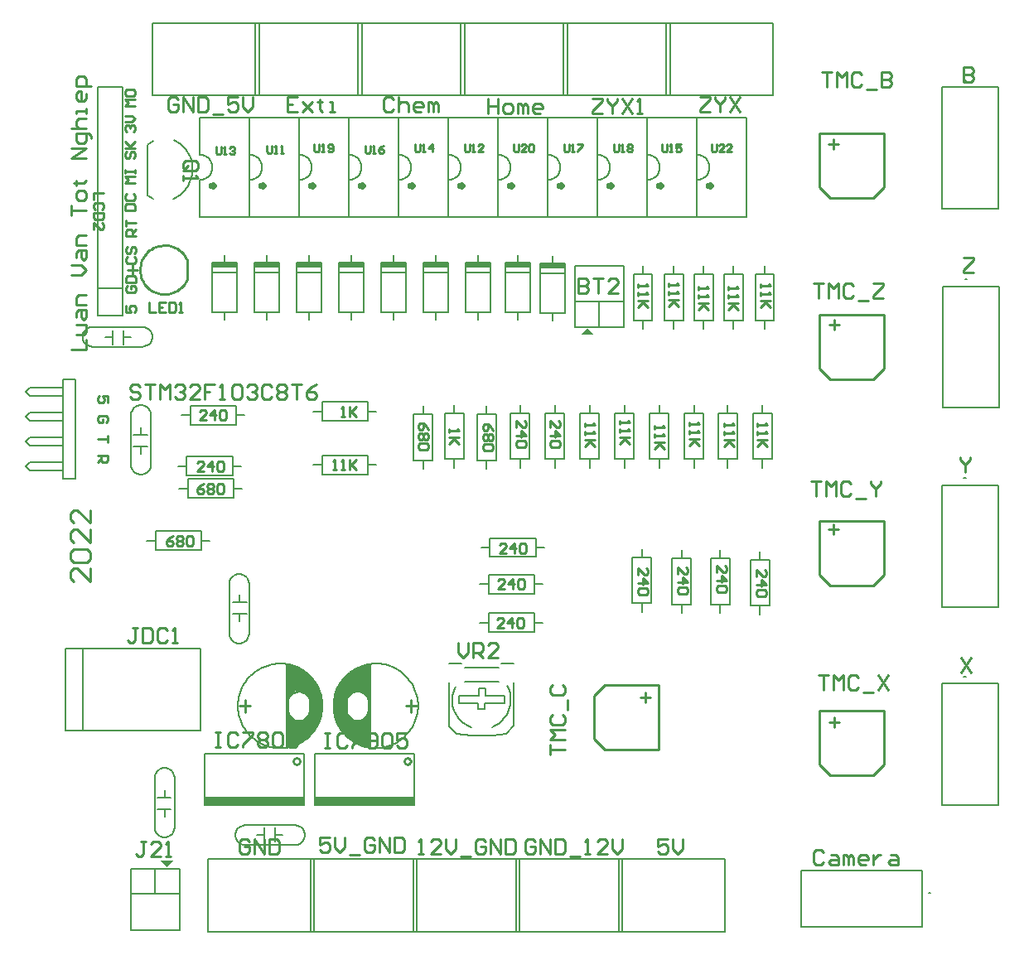
<source format=gto>
G04*
G04 #@! TF.GenerationSoftware,Altium Limited,Altium Designer,21.0.8 (223)*
G04*
G04 Layer_Color=65535*
%FSLAX25Y25*%
%MOIN*%
G70*
G04*
G04 #@! TF.SameCoordinates,BD0D8E5F-934B-4C72-AD9E-884AB11E7CA7*
G04*
G04*
G04 #@! TF.FilePolarity,Positive*
G04*
G01*
G75*
%ADD10C,0.00700*%
%ADD11C,0.01000*%
%ADD12C,0.01500*%
%ADD13C,0.00787*%
%ADD14C,0.00500*%
%ADD15R,0.39900X0.03600*%
%ADD16R,0.10000X0.02000*%
G36*
X355000Y356400D02*
X350000D01*
X352500Y358900D01*
X355000Y356400D01*
D02*
G37*
G36*
X265000Y210000D02*
X264500D01*
X264494Y210118D01*
X264448Y210350D01*
X264357Y210569D01*
X264226Y210766D01*
X264146Y210854D01*
X263000Y212000D01*
X262752Y212225D01*
X262195Y212597D01*
X261577Y212853D01*
X260920Y212984D01*
X260586Y213000D01*
X259207D01*
X259040Y212992D01*
X258712Y212927D01*
X258402Y212798D01*
X258124Y212613D01*
X258000Y212500D01*
X257882Y212494D01*
X257650Y212448D01*
X257431Y212357D01*
X257234Y212226D01*
X257146Y212146D01*
X256000Y211000D01*
Y211000D01*
X255888Y210876D01*
X255702Y210598D01*
X255574Y210288D01*
X255508Y209960D01*
X255500Y209793D01*
Y204707D01*
X255508Y204540D01*
X255574Y204212D01*
X255702Y203902D01*
X255888Y203624D01*
X256000Y203500D01*
X256500Y203000D01*
X256506Y202882D01*
X256552Y202650D01*
X256643Y202431D01*
X256774Y202234D01*
X256854Y202146D01*
X257500Y201500D01*
X257624Y201388D01*
X257902Y201202D01*
X258212Y201074D01*
X258540Y201008D01*
X258707Y201000D01*
X261500D01*
X265000Y204500D01*
Y190000D01*
X263000Y190500D01*
X258500Y192500D01*
X255000Y195500D01*
X252000Y200000D01*
X250500Y205000D01*
Y209000D01*
X252500Y215000D01*
X255500Y219000D01*
X259500Y222000D01*
X265000Y224000D01*
Y210000D01*
D02*
G37*
G36*
X233500Y223500D02*
X238000Y221500D01*
X241500Y218500D01*
X244500Y214000D01*
X246000Y209000D01*
Y205000D01*
X244000Y199000D01*
X241000Y195000D01*
X237000Y192000D01*
X231500Y190000D01*
Y204000D01*
X232000D01*
X232006Y203882D01*
X232052Y203650D01*
X232142Y203431D01*
X232274Y203234D01*
X232353Y203146D01*
X233500Y202000D01*
X233500Y202000D01*
X233748Y201775D01*
X234305Y201403D01*
X234923Y201147D01*
X235580Y201016D01*
X235914Y201000D01*
X237293D01*
X237460Y201008D01*
X237788Y201074D01*
X238098Y201202D01*
X238376Y201388D01*
X238500Y201500D01*
X238618Y201506D01*
X238850Y201552D01*
X239069Y201642D01*
X239266Y201774D01*
X239353Y201853D01*
X240500Y203000D01*
X240500D01*
X240613Y203124D01*
X240798Y203402D01*
X240927Y203712D01*
X240992Y204040D01*
X241000Y204207D01*
Y209293D01*
X240992Y209460D01*
X240927Y209788D01*
X240798Y210098D01*
X240613Y210376D01*
X240500Y210500D01*
X240000Y211000D01*
X239994Y211118D01*
X239948Y211350D01*
X239858Y211569D01*
X239726Y211766D01*
X239646Y211854D01*
X239000Y212500D01*
X239000Y212500D01*
X238876Y212613D01*
X238598Y212798D01*
X238288Y212927D01*
X237960Y212992D01*
X237793Y213000D01*
X235000D01*
X231500Y209500D01*
Y224000D01*
X233500Y223500D01*
D02*
G37*
G36*
X183600Y142100D02*
X181100Y144600D01*
X186100D01*
X183600Y142100D01*
D02*
G37*
D10*
X246000Y207000D02*
X245971Y207998D01*
X245883Y208992D01*
X245737Y209979D01*
X245533Y210956D01*
X245272Y211920D01*
X244956Y212866D01*
X244584Y213793D01*
X244158Y214696D01*
X243681Y215572D01*
X243152Y216419D01*
X242575Y217233D01*
X241951Y218012D01*
X241283Y218753D01*
X240572Y219454D01*
X239821Y220111D01*
X239033Y220724D01*
X238210Y221289D01*
X237355Y221805D01*
X236472Y222270D01*
X235563Y222682D01*
X234632Y223040D01*
X233681Y223343D01*
X232713Y223589D01*
X231733Y223779D01*
X230744Y223910D01*
X229749Y223984D01*
X228750Y223998D01*
X227753Y223954D01*
X226760Y223852D01*
X225775Y223691D01*
X224801Y223473D01*
X223842Y223199D01*
X222900Y222868D01*
X221979Y222482D01*
X221083Y222044D01*
X220214Y221553D01*
X219374Y221012D01*
X218569Y220424D01*
X217799Y219788D01*
X217068Y219109D01*
X216378Y218388D01*
X215731Y217627D01*
X215130Y216830D01*
X214577Y215999D01*
X214074Y215137D01*
X213622Y214247D01*
X213223Y213332D01*
X212879Y212396D01*
X212590Y211440D01*
X212358Y210469D01*
X212183Y209487D01*
X212066Y208495D01*
X212007Y207499D01*
Y206501D01*
X212066Y205504D01*
X212183Y204513D01*
X212358Y203531D01*
X212590Y202560D01*
X212879Y201605D01*
X213223Y200668D01*
X213622Y199753D01*
X214074Y198863D01*
X214577Y198001D01*
X215130Y197170D01*
X215731Y196373D01*
X216378Y195612D01*
X217068Y194891D01*
X217799Y194212D01*
X218569Y193577D01*
X219374Y192988D01*
X220214Y192447D01*
X221083Y191956D01*
X221979Y191517D01*
X222900Y191132D01*
X223842Y190802D01*
X224801Y190527D01*
X225775Y190309D01*
X226760Y190148D01*
X227753Y190046D01*
X228750Y190002D01*
X229749Y190016D01*
X230744Y190090D01*
X231733Y190221D01*
X232713Y190410D01*
X233681Y190657D01*
X234631Y190960D01*
X235563Y191318D01*
X236472Y191730D01*
X237355Y192195D01*
X238210Y192711D01*
X239033Y193276D01*
X239821Y193888D01*
X240572Y194546D01*
X241283Y195247D01*
X241951Y195988D01*
X242575Y196767D01*
X243152Y197581D01*
X243681Y198428D01*
X244158Y199304D01*
X244584Y200207D01*
X244956Y201133D01*
X245272Y202080D01*
X245533Y203044D01*
X245737Y204021D01*
X245883Y205008D01*
X245971Y206002D01*
X246000Y207000D01*
X153500Y359500D02*
X152543Y359384D01*
X151641Y359042D01*
X150848Y358494D01*
X150208Y357772D01*
X149760Y356919D01*
X149529Y355982D01*
Y355018D01*
X149760Y354082D01*
X150208Y353228D01*
X150848Y352506D01*
X151641Y351958D01*
X152543Y351616D01*
X153500Y351500D01*
X173500D02*
X174457Y351616D01*
X175359Y351958D01*
X176153Y352506D01*
X176792Y353228D01*
X177240Y354082D01*
X177471Y355018D01*
Y355982D01*
X177240Y356919D01*
X176792Y357772D01*
X176153Y358494D01*
X175359Y359042D01*
X174457Y359384D01*
X173500Y359500D01*
X314190Y198490D02*
X315104Y198883D01*
X315981Y199351D01*
X316816Y199892D01*
X317603Y200502D01*
X318335Y201175D01*
X319008Y201909D01*
X319616Y202696D01*
X320156Y203532D01*
X320624Y204410D01*
X321015Y205324D01*
X321328Y206269D01*
X321561Y207236D01*
X321710Y208220D01*
X321777Y209213D01*
X321759Y210208D01*
X321657Y211197D01*
X321472Y212175D01*
X321206Y213133D01*
X320859Y214066D01*
X320435Y214966D01*
X299565Y214866D02*
X299141Y213966D01*
X298794Y213033D01*
X298528Y212075D01*
X298343Y211097D01*
X298241Y210107D01*
X298223Y209113D01*
X298290Y208120D01*
X298439Y207136D01*
X298672Y206169D01*
X298985Y205224D01*
X299376Y204310D01*
X299844Y203432D01*
X300384Y202596D01*
X300992Y201809D01*
X301665Y201076D01*
X302397Y200402D01*
X303184Y199792D01*
X304019Y199251D01*
X304896Y198783D01*
X305810Y198390D01*
X396568Y418705D02*
X397565Y418771D01*
X398529Y419034D01*
X399421Y419484D01*
X400206Y420101D01*
X400853Y420862D01*
X401335Y421737D01*
X401634Y422690D01*
X401738Y423684D01*
X401642Y424678D01*
X401350Y425633D01*
X400874Y426511D01*
X400233Y427278D01*
X399453Y427901D01*
X398564Y428357D01*
X397603Y428627D01*
X396606Y428701D01*
X316568Y418705D02*
X317565Y418771D01*
X318529Y419034D01*
X319421Y419484D01*
X320206Y420101D01*
X320853Y420862D01*
X321335Y421737D01*
X321634Y422690D01*
X321738Y423684D01*
X321642Y424678D01*
X321350Y425633D01*
X320874Y426511D01*
X320233Y427278D01*
X319453Y427901D01*
X318564Y428357D01*
X317602Y428627D01*
X316606Y428701D01*
X236568Y418705D02*
X237565Y418771D01*
X238529Y419034D01*
X239421Y419484D01*
X240206Y420101D01*
X240853Y420862D01*
X241335Y421737D01*
X241634Y422690D01*
X241738Y423684D01*
X241642Y424678D01*
X241350Y425633D01*
X240874Y426511D01*
X240233Y427278D01*
X239453Y427901D01*
X238564Y428357D01*
X237602Y428627D01*
X236606Y428701D01*
X336568Y418705D02*
X337565Y418771D01*
X338529Y419034D01*
X339421Y419484D01*
X340206Y420101D01*
X340853Y420862D01*
X341335Y421737D01*
X341634Y422690D01*
X341738Y423684D01*
X341642Y424678D01*
X341350Y425633D01*
X340874Y426511D01*
X340233Y427278D01*
X339453Y427901D01*
X338564Y428357D01*
X337602Y428627D01*
X336606Y428701D01*
X256568Y418705D02*
X257565Y418771D01*
X258529Y419034D01*
X259421Y419484D01*
X260206Y420101D01*
X260853Y420862D01*
X261335Y421737D01*
X261634Y422690D01*
X261738Y423684D01*
X261642Y424678D01*
X261350Y425633D01*
X260874Y426511D01*
X260233Y427278D01*
X259453Y427901D01*
X258564Y428357D01*
X257603Y428627D01*
X256606Y428701D01*
X276568Y418705D02*
X277565Y418771D01*
X278529Y419034D01*
X279421Y419484D01*
X280206Y420101D01*
X280853Y420862D01*
X281335Y421737D01*
X281634Y422690D01*
X281738Y423684D01*
X281642Y424678D01*
X281350Y425633D01*
X280874Y426511D01*
X280233Y427278D01*
X279453Y427901D01*
X278564Y428357D01*
X277603Y428627D01*
X276606Y428701D01*
X196569Y418705D02*
X197565Y418771D01*
X198529Y419034D01*
X199421Y419484D01*
X200206Y420101D01*
X200853Y420862D01*
X201335Y421737D01*
X201634Y422690D01*
X201738Y423684D01*
X201642Y424678D01*
X201350Y425633D01*
X200874Y426511D01*
X200233Y427278D01*
X199453Y427901D01*
X198564Y428357D01*
X197602Y428627D01*
X196606Y428701D01*
X296568Y418705D02*
X297565Y418771D01*
X298529Y419034D01*
X299421Y419484D01*
X300206Y420101D01*
X300853Y420862D01*
X301335Y421737D01*
X301634Y422690D01*
X301738Y423684D01*
X301642Y424678D01*
X301350Y425633D01*
X300874Y426511D01*
X300233Y427278D01*
X299453Y427901D01*
X298564Y428357D01*
X297603Y428627D01*
X296606Y428701D01*
X216568Y418705D02*
X217565Y418771D01*
X218529Y419034D01*
X219421Y419484D01*
X220206Y420101D01*
X220853Y420862D01*
X221335Y421737D01*
X221634Y422690D01*
X221738Y423684D01*
X221642Y424678D01*
X221350Y425633D01*
X220874Y426511D01*
X220233Y427278D01*
X219453Y427901D01*
X218564Y428357D01*
X217602Y428627D01*
X216606Y428701D01*
X185997Y411006D02*
X186887Y411439D01*
X187742Y411939D01*
X188556Y412502D01*
X189324Y413125D01*
X190043Y413805D01*
X190708Y414538D01*
X191316Y415319D01*
X191862Y416144D01*
X192344Y417009D01*
X192759Y417907D01*
X193105Y418835D01*
X193378Y419786D01*
X193579Y420755D01*
X193705Y421737D01*
X193756Y422725D01*
X193732Y423714D01*
X193633Y424699D01*
X193459Y425673D01*
X193211Y426632D01*
X192892Y427568D01*
X192501Y428478D01*
X192043Y429355D01*
X191520Y430195D01*
X190934Y430993D01*
X190289Y431743D01*
X189589Y432443D01*
X188838Y433087D01*
X188039Y433672D01*
X187199Y434195D01*
X186321Y434652D01*
X178500Y158000D02*
X178616Y157043D01*
X178958Y156141D01*
X179506Y155348D01*
X180228Y154708D01*
X181082Y154260D01*
X182018Y154029D01*
X182982D01*
X183918Y154260D01*
X184772Y154708D01*
X185494Y155348D01*
X186042Y156141D01*
X186384Y157043D01*
X186500Y158000D01*
Y178000D02*
X186384Y178957D01*
X186042Y179859D01*
X185494Y180652D01*
X184772Y181292D01*
X183918Y181740D01*
X182982Y181971D01*
X182018D01*
X181082Y181740D01*
X180228Y181292D01*
X179506Y180652D01*
X178958Y179859D01*
X178616Y178957D01*
X178500Y178000D01*
X215000Y159000D02*
X214043Y158884D01*
X213141Y158542D01*
X212348Y157994D01*
X211708Y157272D01*
X211260Y156418D01*
X211029Y155482D01*
Y154518D01*
X211260Y153582D01*
X211708Y152728D01*
X212348Y152006D01*
X213141Y151458D01*
X214043Y151116D01*
X215000Y151000D01*
X235000D02*
X235957Y151116D01*
X236859Y151458D01*
X237652Y152006D01*
X238292Y152728D01*
X238740Y153582D01*
X238971Y154518D01*
Y155482D01*
X238740Y156418D01*
X238292Y157272D01*
X237652Y157994D01*
X236859Y158542D01*
X235957Y158884D01*
X235000Y159000D01*
X216500Y256101D02*
X216384Y257058D01*
X216042Y257960D01*
X215494Y258753D01*
X214772Y259393D01*
X213918Y259841D01*
X212982Y260071D01*
X212018D01*
X211082Y259841D01*
X210228Y259393D01*
X209506Y258753D01*
X208958Y257960D01*
X208616Y257058D01*
X208500Y256101D01*
Y236101D02*
X208616Y235143D01*
X208958Y234242D01*
X209506Y233448D01*
X210228Y232809D01*
X211082Y232361D01*
X212018Y232130D01*
X212982D01*
X213918Y232361D01*
X214772Y232809D01*
X215494Y233448D01*
X216042Y234242D01*
X216384Y235143D01*
X216500Y236101D01*
X284500Y207000D02*
X284471Y207998D01*
X284383Y208992D01*
X284237Y209979D01*
X284033Y210956D01*
X283772Y211920D01*
X283456Y212866D01*
X283084Y213793D01*
X282658Y214696D01*
X282181Y215572D01*
X281652Y216419D01*
X281075Y217233D01*
X280451Y218012D01*
X279783Y218753D01*
X279072Y219454D01*
X278321Y220111D01*
X277533Y220724D01*
X276710Y221289D01*
X275855Y221805D01*
X274972Y222270D01*
X274063Y222682D01*
X273132Y223040D01*
X272181Y223343D01*
X271213Y223589D01*
X270233Y223779D01*
X269244Y223910D01*
X268249Y223984D01*
X267250Y223998D01*
X266253Y223954D01*
X265260Y223852D01*
X264275Y223691D01*
X263301Y223473D01*
X262342Y223199D01*
X261400Y222868D01*
X260479Y222482D01*
X259583Y222044D01*
X258714Y221553D01*
X257874Y221012D01*
X257069Y220424D01*
X256299Y219788D01*
X255568Y219109D01*
X254878Y218388D01*
X254231Y217627D01*
X253630Y216830D01*
X253077Y215999D01*
X252574Y215137D01*
X252122Y214247D01*
X251723Y213332D01*
X251379Y212396D01*
X251090Y211440D01*
X250858Y210469D01*
X250683Y209487D01*
X250566Y208495D01*
X250507Y207499D01*
Y206501D01*
X250566Y205504D01*
X250683Y204513D01*
X250858Y203531D01*
X251090Y202560D01*
X251379Y201605D01*
X251723Y200668D01*
X252122Y199753D01*
X252574Y198863D01*
X253077Y198001D01*
X253630Y197170D01*
X254231Y196373D01*
X254878Y195612D01*
X255568Y194891D01*
X256299Y194212D01*
X257069Y193577D01*
X257874Y192988D01*
X258714Y192447D01*
X259583Y191956D01*
X260479Y191517D01*
X261400Y191132D01*
X262342Y190802D01*
X263301Y190527D01*
X264275Y190309D01*
X265260Y190148D01*
X266253Y190046D01*
X267250Y190002D01*
X268249Y190016D01*
X269244Y190090D01*
X270233Y190221D01*
X271213Y190410D01*
X272181Y190657D01*
X273131Y190960D01*
X274063Y191318D01*
X274972Y191730D01*
X275855Y192195D01*
X276710Y192711D01*
X277533Y193276D01*
X278321Y193888D01*
X279072Y194546D01*
X279783Y195247D01*
X280451Y195988D01*
X281075Y196767D01*
X281652Y197581D01*
X282181Y198428D01*
X282658Y199304D01*
X283084Y200207D01*
X283456Y201133D01*
X283772Y202080D01*
X284033Y203044D01*
X284237Y204021D01*
X284383Y205008D01*
X284471Y206002D01*
X284500Y207000D01*
X169000Y304000D02*
X169116Y303043D01*
X169458Y302141D01*
X170006Y301347D01*
X170728Y300708D01*
X171582Y300260D01*
X172518Y300029D01*
X173482D01*
X174418Y300260D01*
X175272Y300708D01*
X175994Y301347D01*
X176542Y302141D01*
X176884Y303043D01*
X177000Y304000D01*
Y324000D02*
X176884Y324957D01*
X176542Y325859D01*
X175994Y326653D01*
X175272Y327292D01*
X174418Y327740D01*
X173482Y327971D01*
X172518D01*
X171582Y327740D01*
X170728Y327292D01*
X170006Y326653D01*
X169458Y325859D01*
X169116Y324957D01*
X169000Y324000D01*
X376568Y418705D02*
X377565Y418771D01*
X378529Y419034D01*
X379421Y419484D01*
X380206Y420101D01*
X380853Y420862D01*
X381335Y421737D01*
X381634Y422690D01*
X381738Y423684D01*
X381642Y424678D01*
X381350Y425633D01*
X380874Y426511D01*
X380233Y427278D01*
X379453Y427901D01*
X378564Y428357D01*
X377603Y428627D01*
X376606Y428701D01*
X356568Y418705D02*
X357565Y418771D01*
X358529Y419034D01*
X359421Y419484D01*
X360206Y420101D01*
X360853Y420862D01*
X361335Y421737D01*
X361634Y422690D01*
X361738Y423684D01*
X361642Y424678D01*
X361350Y425633D01*
X360874Y426511D01*
X360233Y427278D01*
X359453Y427901D01*
X358564Y428357D01*
X357603Y428627D01*
X356606Y428701D01*
X142500Y197000D02*
Y230000D01*
X197000Y197000D02*
Y230000D01*
X142500D02*
X197000D01*
X142500Y197000D02*
X197000D01*
X149500D02*
Y230000D01*
X198500Y187600D02*
X236100D01*
X198500D02*
X198600Y187500D01*
Y167000D02*
Y187500D01*
Y167000D02*
X238500D01*
Y187500D01*
X238400Y187600D02*
X238500Y187500D01*
X236100Y187600D02*
X238400D01*
X198600Y170700D02*
X198700Y169300D01*
X175300Y273500D02*
X178800D01*
Y277300D02*
X197300D01*
Y273500D02*
X200700D01*
X178800Y269700D02*
X197300D01*
Y277300D01*
X178800Y269700D02*
Y277300D01*
X188300Y294500D02*
X191800D01*
Y298300D02*
X210300D01*
Y294500D02*
X213700D01*
X191800Y290700D02*
X210300D01*
Y298300D01*
X191800Y290700D02*
Y298300D01*
X299049Y302800D02*
Y306300D01*
X295249D02*
Y324800D01*
X299049D02*
Y328200D01*
X302849Y306300D02*
Y324800D01*
X295249D02*
X302849D01*
X295249Y306300D02*
X302849D01*
X308249Y305800D02*
X315849D01*
X308249Y324300D02*
X315849D01*
Y305800D02*
Y324300D01*
X312049D02*
Y327700D01*
X308249Y305800D02*
Y324300D01*
X312049Y302300D02*
Y305800D01*
X242360Y325500D02*
X245860D01*
Y329300D02*
X264360D01*
Y325500D02*
X267760D01*
X245860Y321700D02*
X264360D01*
Y329300D01*
X245860Y321700D02*
Y329300D01*
X242360Y304000D02*
X245860D01*
Y307800D02*
X264360D01*
Y304000D02*
X267760D01*
X245860Y300200D02*
X264360D01*
Y307800D01*
X245860Y300200D02*
Y307800D01*
X386749Y247800D02*
X394349D01*
X386749Y266300D02*
X394349D01*
Y247800D02*
Y266300D01*
X390549D02*
Y269700D01*
X386749Y247800D02*
Y266300D01*
X390549Y244300D02*
Y247800D01*
X374951Y380700D02*
Y384200D01*
X378751Y362200D02*
Y380700D01*
X374951Y358800D02*
Y362200D01*
X371151D02*
Y380700D01*
Y362200D02*
X378751D01*
X371151Y380700D02*
X378751D01*
X374549Y244800D02*
Y248300D01*
X370749D02*
Y266800D01*
X374549D02*
Y270200D01*
X378349Y248300D02*
Y266800D01*
X370749D02*
X378349D01*
X370749Y248300D02*
X378349D01*
X411451Y380700D02*
Y384200D01*
X415251Y362200D02*
Y380700D01*
X411451Y358800D02*
Y362200D01*
X407651D02*
Y380700D01*
Y362200D02*
X415251D01*
X407651Y380700D02*
X415251D01*
X191300Y299700D02*
Y307300D01*
X209800Y299700D02*
Y307300D01*
X191300Y299700D02*
X209800D01*
Y303500D02*
X213200D01*
X191300Y307300D02*
X209800D01*
X187800Y303500D02*
X191300D01*
X395549Y302800D02*
Y306300D01*
X391749D02*
Y324800D01*
X395549D02*
Y328200D01*
X399349Y306300D02*
Y324800D01*
X391749D02*
X399349D01*
X391749Y306300D02*
X399349D01*
X309360Y256000D02*
X312860D01*
Y259800D02*
X331360D01*
Y256000D02*
X334760D01*
X312860Y252200D02*
X331360D01*
Y259800D01*
X312860Y252200D02*
Y259800D01*
X309860Y270746D02*
X313360D01*
Y274546D02*
X331860D01*
Y270746D02*
X335260D01*
X313360Y266946D02*
X331860D01*
Y274546D01*
X313360Y266946D02*
Y274546D01*
X387451Y380700D02*
Y384200D01*
X391251Y362200D02*
Y380700D01*
X387451Y358800D02*
Y362200D01*
X383651D02*
Y380700D01*
Y362200D02*
X391251D01*
X383651Y380700D02*
X391251D01*
X381549Y302800D02*
Y306300D01*
X377749D02*
Y324800D01*
X381549D02*
Y328200D01*
X385349Y306300D02*
Y324800D01*
X377749D02*
X385349D01*
X377749Y306300D02*
X385349D01*
X339549Y302800D02*
Y306300D01*
X335749D02*
Y324800D01*
X339549D02*
Y328200D01*
X343349Y306300D02*
Y324800D01*
X335749D02*
X343349D01*
X335749Y306300D02*
X343349D01*
X367549Y302800D02*
Y306300D01*
X363749D02*
Y324800D01*
X367549D02*
Y328200D01*
X371349Y306300D02*
Y324800D01*
X363749D02*
X371349D01*
X363749Y306300D02*
X371349D01*
X189300Y324000D02*
X192800D01*
Y327800D02*
X211300D01*
Y324000D02*
X214700D01*
X192800Y320200D02*
X211300D01*
Y327800D01*
X192800Y320200D02*
Y327800D01*
X325549Y302800D02*
Y306300D01*
X321749D02*
Y324800D01*
X325549D02*
Y328200D01*
X329349Y306300D02*
Y324800D01*
X321749D02*
X329349D01*
X321749Y306300D02*
X329349D01*
X399451Y380700D02*
Y384200D01*
X403251Y362200D02*
Y380700D01*
X399451Y358800D02*
Y362200D01*
X395651D02*
Y380700D01*
Y362200D02*
X403251D01*
X395651Y380700D02*
X403251D01*
X353549Y302800D02*
Y306300D01*
X349749D02*
Y324800D01*
X353549D02*
Y328200D01*
X357349Y306300D02*
Y324800D01*
X349749D02*
X357349D01*
X349749Y306300D02*
X357349D01*
X422049Y243800D02*
Y247300D01*
X418249D02*
Y265800D01*
X422049D02*
Y269200D01*
X425849Y247300D02*
Y265800D01*
X418249D02*
X425849D01*
X418249Y247300D02*
X425849D01*
X423049Y302800D02*
Y306300D01*
X419249D02*
Y324800D01*
X423049D02*
Y328200D01*
X426849Y306300D02*
Y324800D01*
X419249D02*
X426849D01*
X419249Y306300D02*
X426849D01*
X402249Y247800D02*
X409849D01*
X402249Y266300D02*
X409849D01*
Y247800D02*
Y266300D01*
X406049D02*
Y269700D01*
X402249Y247800D02*
Y266300D01*
X406049Y244300D02*
Y247800D01*
X409049Y302800D02*
Y306300D01*
X405249D02*
Y324800D01*
X409049D02*
Y328200D01*
X412849Y306300D02*
Y324800D01*
X405249D02*
X412849D01*
X405249Y306300D02*
X412849D01*
X309360Y240500D02*
X312860D01*
Y244300D02*
X331360D01*
Y240500D02*
X334760D01*
X312860Y236700D02*
X331360D01*
Y244300D01*
X312860Y236700D02*
Y244300D01*
X423951Y380700D02*
Y384200D01*
X427751Y362200D02*
Y380700D01*
X423951Y358800D02*
Y362200D01*
X420151D02*
Y380700D01*
Y362200D02*
X427751D01*
X420151Y380700D02*
X427751D01*
X286549Y302300D02*
Y305800D01*
X282749D02*
Y324300D01*
X286549D02*
Y327700D01*
X290349Y305800D02*
Y324300D01*
X282749D02*
X290349D01*
X282749Y305800D02*
X290349D01*
X158500Y355500D02*
X161500D01*
X166000D02*
X169000D01*
X161500Y352500D02*
Y358000D01*
X166000Y352500D02*
Y358000D01*
X153500Y359500D02*
X173500D01*
X153500Y351500D02*
X173500D01*
X204900Y385500D02*
X206500D01*
X208600D01*
X201500Y381400D02*
X211200D01*
X206500Y385500D02*
Y388500D01*
Y362500D02*
Y365500D01*
X201500Y385500D02*
X206500D01*
X201500Y365500D02*
Y385500D01*
Y365500D02*
X211500D01*
Y385500D01*
X206500D02*
X211500D01*
X221900D02*
X223500D01*
X225600D01*
X218500Y381400D02*
X228200D01*
X223500Y385500D02*
Y388500D01*
Y362500D02*
Y365500D01*
X218500Y385500D02*
X223500D01*
X218500Y365500D02*
Y385500D01*
Y365500D02*
X228500D01*
Y385500D01*
X223500D02*
X228500D01*
X238900D02*
X240500D01*
X242600D01*
X235500Y381400D02*
X245200D01*
X240500Y385500D02*
Y388500D01*
Y362500D02*
Y365500D01*
X235500Y385500D02*
X240500D01*
X235500Y365500D02*
Y385500D01*
Y365500D02*
X245500D01*
Y385500D01*
X240500D02*
X245500D01*
X255900D02*
X257500D01*
X259600D01*
X252500Y381400D02*
X262200D01*
X257500Y385500D02*
Y388500D01*
Y362500D02*
Y365500D01*
X252500Y385500D02*
X257500D01*
X252500Y365500D02*
Y385500D01*
Y365500D02*
X262500D01*
Y385500D01*
X257500D02*
X262500D01*
X272900D02*
X274500D01*
X276600D01*
X269500Y381400D02*
X279200D01*
X274500Y385500D02*
Y388500D01*
Y362500D02*
Y365500D01*
X269500Y385500D02*
X274500D01*
X269500Y365500D02*
Y385500D01*
Y365500D02*
X279500D01*
Y385500D01*
X274500D02*
X279500D01*
X289900D02*
X291500D01*
X293600D01*
X286500Y381400D02*
X296200D01*
X291500Y385500D02*
Y388500D01*
Y362500D02*
Y365500D01*
X286500Y385500D02*
X291500D01*
X286500Y365500D02*
Y385500D01*
Y365500D02*
X296500D01*
Y385500D01*
X291500D02*
X296500D01*
X306900D02*
X308500D01*
X310600D01*
X303500Y381400D02*
X313200D01*
X308500Y385500D02*
Y388500D01*
Y362500D02*
Y365500D01*
X303500Y385500D02*
X308500D01*
X303500Y365500D02*
Y385500D01*
Y365500D02*
X313500D01*
Y385500D01*
X308500D02*
X313500D01*
X322900D02*
X324500D01*
X326600D01*
X319500Y381400D02*
X329200D01*
X324500Y385500D02*
Y388500D01*
Y362500D02*
Y365500D01*
X319500Y385500D02*
X324500D01*
X319500Y365500D02*
Y385500D01*
Y365500D02*
X329500D01*
Y385500D01*
X324500D02*
X329500D01*
X336900Y385000D02*
X338500D01*
X340600D01*
X333500Y380900D02*
X343200D01*
X338500Y385000D02*
Y388000D01*
Y362000D02*
Y365000D01*
X333500Y385000D02*
X338500D01*
X333500Y365000D02*
Y385000D01*
Y365000D02*
X343500D01*
Y385000D01*
X338500D02*
X343500D01*
X243100Y170700D02*
X243200Y169300D01*
X280600Y187600D02*
X282900D01*
X283000Y187500D01*
Y167000D02*
Y187500D01*
X243100Y167000D02*
X283000D01*
X243100D02*
Y187500D01*
X243000Y187600D02*
X243100Y187500D01*
X243000Y187600D02*
X280600D01*
X311400Y208200D02*
X319100D01*
X311400Y205600D02*
Y208200D01*
X308700Y205600D02*
X311400D01*
X308700D02*
Y208100D01*
X300800D02*
X308700D01*
X300800D02*
Y211000D01*
X308800D01*
Y213900D01*
X311500D01*
Y210900D02*
Y213900D01*
Y210900D02*
X319200D01*
Y208200D02*
Y210900D01*
X303300Y216600D02*
X316800D01*
X300000Y195800D02*
X305850Y194900D01*
X297000Y198800D02*
X300000Y195800D01*
X297000Y198800D02*
Y216300D01*
X303200Y222500D02*
X316900D01*
X323100Y198900D02*
Y216400D01*
X320000Y195800D02*
X323100Y198900D01*
X314600Y194900D02*
X320000Y195800D01*
X305850Y194900D02*
X314600D01*
X296900Y223900D02*
X302000D01*
X317800D02*
X322900D01*
X396606Y403701D02*
Y418701D01*
Y428801D02*
Y443701D01*
Y403701D02*
X416606D01*
Y443701D01*
X396606D02*
X416606D01*
X316606Y403701D02*
Y418701D01*
Y428801D02*
Y443701D01*
Y403701D02*
X336606D01*
Y443701D01*
X316606D02*
X336606D01*
X236606Y403701D02*
Y418701D01*
Y428801D02*
Y443701D01*
Y403701D02*
X256606D01*
Y443701D01*
X236606D02*
X256606D01*
X336606Y403701D02*
Y418701D01*
Y428801D02*
Y443701D01*
Y403701D02*
X356606D01*
Y443701D01*
X336606D02*
X356606D01*
X256606Y403701D02*
Y418701D01*
Y428801D02*
Y443701D01*
Y403701D02*
X276606D01*
Y443701D01*
X256606D02*
X276606D01*
Y403701D02*
Y418701D01*
Y428801D02*
Y443701D01*
Y403701D02*
X296606D01*
Y443701D01*
X276606D02*
X296606D01*
X196606Y403701D02*
Y418701D01*
Y428801D02*
Y443701D01*
Y403701D02*
X216606D01*
Y443701D01*
X196606D02*
X216606D01*
X296606Y403701D02*
Y418701D01*
Y428801D02*
Y443701D01*
Y403701D02*
X316606D01*
Y443701D01*
X296606D02*
X316606D01*
X216606D02*
X236606D01*
Y403701D02*
Y443701D01*
X216606Y403701D02*
X236606D01*
X216606Y428801D02*
Y443701D01*
Y403701D02*
Y418701D01*
X175500Y412500D02*
Y432800D01*
Y412500D02*
X178100Y411200D01*
X175500Y432800D02*
X177976Y434534D01*
X168800Y141500D02*
X188600D01*
Y131300D02*
Y141500D01*
X168800Y131300D02*
X188600D01*
X168800D02*
Y141500D01*
X178700Y131600D02*
Y141500D01*
X168800Y116800D02*
X188600D01*
Y131300D01*
X168800Y116800D02*
Y131100D01*
X178500Y158000D02*
Y178000D01*
X186500Y158000D02*
Y178000D01*
X179500Y165500D02*
X185000D01*
X179500Y170000D02*
X185000D01*
X182500Y162500D02*
Y165500D01*
Y170000D02*
Y173000D01*
X215000Y159000D02*
X235000D01*
X215000Y151000D02*
X235000D01*
X222500Y152500D02*
Y158000D01*
X227000Y152500D02*
Y158000D01*
X219500Y155000D02*
X222500D01*
X227000D02*
X230000D01*
X216500Y236101D02*
Y256101D01*
X208500Y236101D02*
Y256101D01*
X210000Y248601D02*
X215500D01*
X210000Y244101D02*
X215500D01*
X212500Y248601D02*
Y251601D01*
Y241101D02*
Y244101D01*
X169000Y304000D02*
Y324000D01*
X177000Y304000D02*
Y324000D01*
X170000Y311500D02*
X175500D01*
X170000Y316000D02*
X175500D01*
X173000Y308500D02*
Y311500D01*
Y316000D02*
Y319000D01*
X347500Y359500D02*
X367300D01*
X347500D02*
Y369700D01*
X367300D01*
Y359500D02*
Y369700D01*
X357400Y359500D02*
Y369400D01*
X347500Y384200D02*
X367300D01*
X347500Y369700D02*
Y384200D01*
X367300Y369900D02*
Y384200D01*
X376606Y403701D02*
Y418701D01*
Y428801D02*
Y443701D01*
Y403701D02*
X396606D01*
Y443701D01*
X376606D02*
X396606D01*
X356606D02*
X376606D01*
Y403701D02*
Y443701D01*
X356606Y403701D02*
X376606D01*
X356606Y428801D02*
Y443701D01*
Y403701D02*
Y418701D01*
D11*
X241000Y208500D02*
X240887Y209501D01*
X240554Y210453D01*
X240018Y211306D01*
X239306Y212018D01*
X238453Y212554D01*
X237501Y212887D01*
X236500Y213000D01*
X236000Y201000D02*
X237014Y201002D01*
X238002Y201229D01*
X238915Y201670D01*
X239706Y202303D01*
X240337Y203097D01*
X240776Y204011D01*
X241000Y205000D01*
X232000Y206000D02*
X232002Y204986D01*
X232229Y203998D01*
X232670Y203085D01*
X233303Y202293D01*
X234097Y201663D01*
X235011Y201224D01*
X236000Y201000D01*
X236500Y213000D02*
X235499Y212887D01*
X234547Y212554D01*
X233694Y212018D01*
X232982Y211306D01*
X232446Y210453D01*
X232113Y209501D01*
X232000Y208500D01*
X237000Y184800D02*
X236620Y185717D01*
X235703Y186097D01*
X234786Y185717D01*
X234406Y184800D01*
X234786Y183883D01*
X235703Y183503D01*
X236620Y183883D01*
X237000Y184800D01*
X191500Y386500D02*
X191051Y387386D01*
X190516Y388222D01*
X189899Y389000D01*
X189207Y389712D01*
X188447Y390351D01*
X187626Y390910D01*
X186753Y391383D01*
X185837Y391766D01*
X184887Y392055D01*
X183913Y392247D01*
X182924Y392340D01*
X181931Y392332D01*
X180944Y392225D01*
X179972Y392019D01*
X179027Y391716D01*
X178116Y391319D01*
X177251Y390833D01*
X176438Y390262D01*
X175687Y389613D01*
X175006Y388890D01*
X174400Y388103D01*
X173877Y387259D01*
X173442Y386367D01*
X173099Y385435D01*
X172851Y384473D01*
X172701Y383492D01*
X172651Y382500D01*
X172701Y381508D01*
X172851Y380527D01*
X173099Y379565D01*
X173442Y378633D01*
X173877Y377741D01*
X174400Y376897D01*
X175006Y376110D01*
X175687Y375388D01*
X176438Y374738D01*
X177251Y374167D01*
X178116Y373680D01*
X179027Y373284D01*
X179972Y372981D01*
X180944Y372775D01*
X181931Y372668D01*
X182924Y372660D01*
X183913Y372753D01*
X184887Y372945D01*
X185837Y373234D01*
X186753Y373617D01*
X187626Y374090D01*
X188447Y374649D01*
X189207Y375288D01*
X189899Y376000D01*
X190516Y376778D01*
X191051Y377614D01*
X191500Y378500D01*
X281500Y184800D02*
X281120Y185717D01*
X280203Y186097D01*
X279286Y185717D01*
X278906Y184800D01*
X279286Y183883D01*
X280203Y183503D01*
X281120Y183883D01*
X281500Y184800D01*
X260000Y201000D02*
X261001Y201113D01*
X261952Y201446D01*
X262806Y201982D01*
X263518Y202694D01*
X264054Y203548D01*
X264387Y204499D01*
X264500Y205500D01*
Y208000D02*
X264498Y209014D01*
X264271Y210002D01*
X263830Y210915D01*
X263197Y211706D01*
X262403Y212337D01*
X261489Y212776D01*
X260500Y213000D01*
X259486Y212998D01*
X258498Y212771D01*
X257585Y212330D01*
X256793Y211697D01*
X256163Y210903D01*
X255724Y209989D01*
X255500Y209000D01*
Y205500D02*
X255613Y204499D01*
X255946Y203548D01*
X256482Y202694D01*
X257194Y201982D01*
X258048Y201446D01*
X258999Y201113D01*
X260000Y201000D01*
X231500Y190500D02*
Y223500D01*
Y209500D02*
X232000D01*
X241000Y205000D02*
Y208500D01*
X232000Y205000D02*
Y210000D01*
X214800Y204500D02*
Y209500D01*
X212500Y207000D02*
X217000D01*
X169500Y380500D02*
Y384500D01*
X167500Y382500D02*
X171500D01*
X191500Y378500D02*
Y386500D01*
X381335Y189508D02*
Y215492D01*
X355350Y211161D02*
X359681Y215492D01*
X381335D01*
X355350Y193839D02*
Y211161D01*
Y193839D02*
X359681Y189508D01*
X381335D01*
X446008Y204992D02*
X471992D01*
X446008Y183339D02*
X450339Y179008D01*
X446008Y183339D02*
Y204992D01*
X450339Y179008D02*
X467661D01*
X471992Y183339D01*
Y204992D01*
X446008Y281335D02*
X471992D01*
X446008Y259681D02*
X450339Y255350D01*
X446008Y259681D02*
Y281335D01*
X450339Y255350D02*
X467661D01*
X471992Y259681D01*
Y281335D01*
X446008Y437492D02*
X471992D01*
X446008Y415839D02*
X450339Y411508D01*
X446008Y415839D02*
Y437492D01*
X450339Y411508D02*
X467661D01*
X471992Y415839D01*
Y437492D01*
X446008Y364492D02*
X471992D01*
X446008Y342839D02*
X450339Y338508D01*
X446008Y342839D02*
Y364492D01*
X450339Y338508D02*
X467661D01*
X471992Y342839D01*
Y364492D01*
X279500Y207000D02*
X284000D01*
X281700Y204500D02*
Y209500D01*
X264500Y204000D02*
Y209000D01*
X255500Y205500D02*
Y209000D01*
X264500Y204500D02*
X265000D01*
Y190500D02*
Y223500D01*
X170500Y448500D02*
X166564D01*
X167876Y449812D01*
X166564Y451124D01*
X170500D01*
X166564Y454404D02*
Y453092D01*
X167220Y452436D01*
X169844D01*
X170500Y453092D01*
Y454404D01*
X169844Y455060D01*
X167220D01*
X166564Y454404D01*
X167220Y438000D02*
X166564Y438656D01*
Y439968D01*
X167220Y440624D01*
X167876D01*
X168532Y439968D01*
Y439312D01*
Y439968D01*
X169188Y440624D01*
X169844D01*
X170500Y439968D01*
Y438656D01*
X169844Y438000D01*
X166564Y441936D02*
X169188D01*
X170500Y443248D01*
X169188Y444560D01*
X166564D01*
X167220Y430124D02*
X166564Y429468D01*
Y428156D01*
X167220Y427500D01*
X167876D01*
X168532Y428156D01*
Y429468D01*
X169188Y430124D01*
X169844D01*
X170500Y429468D01*
Y428156D01*
X169844Y427500D01*
X166564Y431436D02*
X170500D01*
X169188D01*
X166564Y434060D01*
X168532Y432092D01*
X170500Y434060D01*
Y417500D02*
X166564D01*
X167876Y418812D01*
X166564Y420124D01*
X170500D01*
X166564Y421436D02*
Y422748D01*
Y422092D01*
X170500D01*
Y421436D01*
Y422748D01*
X166564Y406500D02*
X170500D01*
Y408468D01*
X169844Y409124D01*
X167220D01*
X166564Y408468D01*
Y406500D01*
X167220Y413060D02*
X166564Y412404D01*
Y411092D01*
X167220Y410436D01*
X169844D01*
X170500Y411092D01*
Y412404D01*
X169844Y413060D01*
X171000Y396000D02*
X167064D01*
Y397968D01*
X167720Y398624D01*
X169032D01*
X169688Y397968D01*
Y396000D01*
Y397312D02*
X171000Y398624D01*
X167064Y399936D02*
Y402560D01*
Y401248D01*
X171000D01*
X167064Y368124D02*
Y365500D01*
X169032D01*
X168376Y366812D01*
Y367468D01*
X169032Y368124D01*
X170344D01*
X171000Y367468D01*
Y366156D01*
X170344Y365500D01*
X167720Y375995D02*
X167064Y375339D01*
Y374027D01*
X167720Y373372D01*
X170344D01*
X171000Y374027D01*
Y375339D01*
X170344Y375995D01*
X169032D01*
Y374683D01*
X167064Y377307D02*
X171000D01*
Y379275D01*
X170344Y379931D01*
X167720D01*
X167064Y379275D01*
Y377307D01*
X167720Y387803D02*
X167064Y387147D01*
Y385835D01*
X167720Y385179D01*
X170344D01*
X171000Y385835D01*
Y387147D01*
X170344Y387803D01*
X167720Y391738D02*
X167064Y391082D01*
Y389770D01*
X167720Y389114D01*
X168376D01*
X169032Y389770D01*
Y391082D01*
X169688Y391738D01*
X170344D01*
X171000Y391082D01*
Y389770D01*
X170344Y389114D01*
X152500Y262248D02*
Y257000D01*
X147252Y262248D01*
X145940D01*
X144629Y260936D01*
Y258312D01*
X145940Y257000D01*
Y264872D02*
X144629Y266183D01*
Y268807D01*
X145940Y270119D01*
X151188D01*
X152500Y268807D01*
Y266183D01*
X151188Y264872D01*
X145940D01*
X152500Y277991D02*
Y272743D01*
X147252Y277991D01*
X145940D01*
X144629Y276679D01*
Y274055D01*
X145940Y272743D01*
X152500Y285862D02*
Y280614D01*
X147252Y285862D01*
X145940D01*
X144629Y284550D01*
Y281926D01*
X145940Y280614D01*
X145003Y350500D02*
X151001D01*
Y354499D01*
X147002Y356498D02*
X150001D01*
X151001Y357498D01*
Y360497D01*
X147002D01*
Y363496D02*
Y365495D01*
X148002Y366495D01*
X151001D01*
Y363496D01*
X150001Y362496D01*
X149001Y363496D01*
Y366495D01*
X151001Y368494D02*
X147002D01*
Y371493D01*
X148002Y372493D01*
X151001D01*
X145003Y380490D02*
X149001D01*
X151001Y382490D01*
X149001Y384489D01*
X145003D01*
X147002Y387488D02*
Y389487D01*
X148002Y390487D01*
X151001D01*
Y387488D01*
X150001Y386488D01*
X149001Y387488D01*
Y390487D01*
X151001Y392486D02*
X147002D01*
Y395485D01*
X148002Y396485D01*
X151001D01*
X145003Y404483D02*
Y408481D01*
Y406482D01*
X151001D01*
Y411480D02*
Y413480D01*
X150001Y414479D01*
X148002D01*
X147002Y413480D01*
Y411480D01*
X148002Y410481D01*
X150001D01*
X151001Y411480D01*
X146002Y417478D02*
X147002D01*
Y416479D01*
Y418478D01*
Y417478D01*
X150001D01*
X151001Y418478D01*
Y427475D02*
X145003D01*
X151001Y431474D01*
X145003D01*
X153000Y435472D02*
Y436472D01*
X152000Y437472D01*
X147002D01*
Y434473D01*
X148002Y433473D01*
X150001D01*
X151001Y434473D01*
Y437472D01*
X145003Y439471D02*
X151001D01*
X148002D01*
X147002Y440471D01*
Y442470D01*
X148002Y443470D01*
X151001D01*
Y445469D02*
Y447469D01*
Y446469D01*
X147002D01*
Y445469D01*
X151001Y453467D02*
Y451467D01*
X150001Y450468D01*
X148002D01*
X147002Y451467D01*
Y453467D01*
X148002Y454466D01*
X149001D01*
Y450468D01*
X153000Y456466D02*
X147002D01*
Y459465D01*
X148002Y460464D01*
X150001D01*
X151001Y459465D01*
Y456466D01*
X171502Y238499D02*
X169503D01*
X170502D01*
Y233501D01*
X169503Y232501D01*
X168503D01*
X167503Y233501D01*
X173501Y238499D02*
Y232501D01*
X176500D01*
X177500Y233501D01*
Y237499D01*
X176500Y238499D01*
X173501D01*
X183498Y237499D02*
X182498Y238499D01*
X180499D01*
X179499Y237499D01*
Y233501D01*
X180499Y232501D01*
X182498D01*
X183498Y233501D01*
X185497Y232501D02*
X187497D01*
X186497D01*
Y238499D01*
X185497Y237499D01*
X198334Y296499D02*
X197001Y295833D01*
X195668Y294500D01*
Y293167D01*
X196335Y292501D01*
X197668D01*
X198334Y293167D01*
Y293834D01*
X197668Y294500D01*
X195668D01*
X199667Y295833D02*
X200333Y296499D01*
X201666D01*
X202333Y295833D01*
Y295166D01*
X201666Y294500D01*
X202333Y293834D01*
Y293167D01*
X201666Y292501D01*
X200333D01*
X199667Y293167D01*
Y293834D01*
X200333Y294500D01*
X199667Y295166D01*
Y295833D01*
X200333Y294500D02*
X201666D01*
X203666Y295833D02*
X204332Y296499D01*
X205665D01*
X206332Y295833D01*
Y293167D01*
X205665Y292501D01*
X204332D01*
X203666Y293167D01*
Y295833D01*
X185834Y275499D02*
X184501Y274833D01*
X183168Y273500D01*
Y272167D01*
X183835Y271501D01*
X185168D01*
X185834Y272167D01*
Y272834D01*
X185168Y273500D01*
X183168D01*
X187167Y274833D02*
X187833Y275499D01*
X189166D01*
X189833Y274833D01*
Y274166D01*
X189166Y273500D01*
X189833Y272834D01*
Y272167D01*
X189166Y271501D01*
X187833D01*
X187167Y272167D01*
Y272834D01*
X187833Y273500D01*
X187167Y274166D01*
Y274833D01*
X187833Y273500D02*
X189166D01*
X191166Y274833D02*
X191832Y275499D01*
X193165D01*
X193832Y274833D01*
Y272167D01*
X193165Y271501D01*
X191832D01*
X191166Y272167D01*
Y274833D01*
X288499Y318166D02*
X287833Y319499D01*
X286500Y320832D01*
X285167D01*
X284501Y320165D01*
Y318832D01*
X285167Y318166D01*
X285834D01*
X286500Y318832D01*
Y320832D01*
X287833Y316833D02*
X288499Y316166D01*
Y314833D01*
X287833Y314167D01*
X287166D01*
X286500Y314833D01*
X285834Y314167D01*
X285167D01*
X284501Y314833D01*
Y316166D01*
X285167Y316833D01*
X285834D01*
X286500Y316166D01*
X287166Y316833D01*
X287833D01*
X286500Y316166D02*
Y314833D01*
X287833Y312834D02*
X288499Y312168D01*
Y310835D01*
X287833Y310168D01*
X285167D01*
X284501Y310835D01*
Y312168D01*
X285167Y312834D01*
X287833D01*
X176336Y369499D02*
Y365501D01*
X179001D01*
X183000Y369499D02*
X180334D01*
Y365501D01*
X183000D01*
X180334Y367500D02*
X181667D01*
X184333Y369499D02*
Y365501D01*
X186332D01*
X186999Y366167D01*
Y368833D01*
X186332Y369499D01*
X184333D01*
X188332Y365501D02*
X189664D01*
X188998D01*
Y369499D01*
X188332Y368833D01*
X247005Y195999D02*
X249005D01*
X248005D01*
Y190001D01*
X247005D01*
X249005D01*
X256002Y194999D02*
X255003Y195999D01*
X253003D01*
X252004Y194999D01*
Y191001D01*
X253003Y190001D01*
X255003D01*
X256002Y191001D01*
X258002Y195999D02*
X262000D01*
Y194999D01*
X258002Y191001D01*
Y190001D01*
X264000Y191001D02*
X265000Y190001D01*
X266999D01*
X267999Y191001D01*
Y194999D01*
X266999Y195999D01*
X265000D01*
X264000Y194999D01*
Y194000D01*
X265000Y193000D01*
X267999D01*
X269998Y194999D02*
X270998Y195999D01*
X272997D01*
X273997Y194999D01*
Y191001D01*
X272997Y190001D01*
X270998D01*
X269998Y191001D01*
Y194999D01*
X279995Y195999D02*
X275996D01*
Y193000D01*
X277995Y194000D01*
X278995D01*
X279995Y193000D01*
Y191001D01*
X278995Y190001D01*
X276996D01*
X275996Y191001D01*
X300503Y232499D02*
Y228500D01*
X302502Y226501D01*
X304501Y228500D01*
Y232499D01*
X306501Y226501D02*
Y232499D01*
X309500D01*
X310499Y231499D01*
Y229500D01*
X309500Y228500D01*
X306501D01*
X308500D02*
X310499Y226501D01*
X316497D02*
X312499D01*
X316497Y230500D01*
Y231499D01*
X315498Y232499D01*
X313498D01*
X312499Y231499D01*
X402501Y433000D02*
Y430500D01*
X403001Y430000D01*
X404001D01*
X404501Y430500D01*
Y433000D01*
X407500Y430000D02*
X405500D01*
X407500Y432000D01*
Y432500D01*
X407000Y433000D01*
X406000D01*
X405500Y432500D01*
X410499Y430000D02*
X408499D01*
X410499Y432000D01*
Y432500D01*
X409999Y433000D01*
X408999D01*
X408499Y432500D01*
X323001Y433000D02*
Y430500D01*
X323501Y430000D01*
X324501D01*
X325001Y430500D01*
Y433000D01*
X328000Y430000D02*
X326000D01*
X328000Y432000D01*
Y432500D01*
X327500Y433000D01*
X326500D01*
X326000Y432500D01*
X328999D02*
X329499Y433000D01*
X330499D01*
X330999Y432500D01*
Y430500D01*
X330499Y430000D01*
X329499D01*
X328999Y430500D01*
Y432500D01*
X242751Y433000D02*
Y430500D01*
X243251Y430000D01*
X244251D01*
X244751Y430500D01*
Y433000D01*
X245750Y430000D02*
X246750D01*
X246250D01*
Y433000D01*
X245750Y432500D01*
X248249Y430500D02*
X248749Y430000D01*
X249749D01*
X250249Y430500D01*
Y432500D01*
X249749Y433000D01*
X248749D01*
X248249Y432500D01*
Y432000D01*
X248749Y431500D01*
X250249D01*
X363251Y433000D02*
Y430500D01*
X363751Y430000D01*
X364751D01*
X365251Y430500D01*
Y433000D01*
X366250Y430000D02*
X367250D01*
X366750D01*
Y433000D01*
X366250Y432500D01*
X368749D02*
X369249Y433000D01*
X370249D01*
X370749Y432500D01*
Y432000D01*
X370249Y431500D01*
X370749Y431000D01*
Y430500D01*
X370249Y430000D01*
X369249D01*
X368749Y430500D01*
Y431000D01*
X369249Y431500D01*
X368749Y432000D01*
Y432500D01*
X369249Y431500D02*
X370249D01*
X343251Y433000D02*
Y430500D01*
X343751Y430000D01*
X344751D01*
X345251Y430500D01*
Y433000D01*
X346250Y430000D02*
X347250D01*
X346750D01*
Y433000D01*
X346250Y432500D01*
X348749Y433000D02*
X350749D01*
Y432500D01*
X348749Y430500D01*
Y430000D01*
X263251Y432500D02*
Y430000D01*
X263751Y429500D01*
X264751D01*
X265251Y430000D01*
Y432500D01*
X266250Y429500D02*
X267250D01*
X266750D01*
Y432500D01*
X266250Y432000D01*
X270749Y432500D02*
X269749Y432000D01*
X268749Y431000D01*
Y430000D01*
X269249Y429500D01*
X270249D01*
X270749Y430000D01*
Y430500D01*
X270249Y431000D01*
X268749D01*
X382751Y433000D02*
Y430500D01*
X383251Y430000D01*
X384251D01*
X384751Y430500D01*
Y433000D01*
X385750Y430000D02*
X386750D01*
X386250D01*
Y433000D01*
X385750Y432500D01*
X390249Y433000D02*
X388249D01*
Y431500D01*
X389249Y432000D01*
X389749D01*
X390249Y431500D01*
Y430500D01*
X389749Y430000D01*
X388749D01*
X388249Y430500D01*
X283251Y433000D02*
Y430500D01*
X283751Y430000D01*
X284751D01*
X285251Y430500D01*
Y433000D01*
X286250Y430000D02*
X287250D01*
X286750D01*
Y433000D01*
X286250Y432500D01*
X290249Y430000D02*
Y433000D01*
X288749Y431500D01*
X290749D01*
X203251Y431999D02*
Y429500D01*
X203751Y429001D01*
X204751D01*
X205251Y429500D01*
Y431999D01*
X206250Y429001D02*
X207250D01*
X206750D01*
Y431999D01*
X206250Y431500D01*
X208749D02*
X209249Y431999D01*
X210249D01*
X210749Y431500D01*
Y431000D01*
X210249Y430500D01*
X209749D01*
X210249D01*
X210749Y430000D01*
Y429500D01*
X210249Y429001D01*
X209249D01*
X208749Y429500D01*
X303251Y433000D02*
Y430500D01*
X303751Y430000D01*
X304751D01*
X305251Y430500D01*
Y433000D01*
X306250Y430000D02*
X307250D01*
X306750D01*
Y433000D01*
X306250Y432500D01*
X310749Y430000D02*
X308749D01*
X310749Y432000D01*
Y432500D01*
X310249Y433000D01*
X309249D01*
X308749Y432500D01*
X223751Y432500D02*
Y430000D01*
X224251Y429500D01*
X225251D01*
X225750Y430000D01*
Y432500D01*
X226750Y429500D02*
X227750D01*
X227250D01*
Y432500D01*
X226750Y432000D01*
X229249Y429500D02*
X230249D01*
X229749D01*
Y432500D01*
X229249Y432000D01*
X443504Y376999D02*
X447503D01*
X445504D01*
Y371001D01*
X449503D02*
Y376999D01*
X451502Y374999D01*
X453501Y376999D01*
Y371001D01*
X459499Y375999D02*
X458500Y376999D01*
X456500D01*
X455501Y375999D01*
Y372001D01*
X456500Y371001D01*
X458500D01*
X459499Y372001D01*
X461499Y370001D02*
X465497D01*
X467497Y376999D02*
X471495D01*
Y375999D01*
X467497Y372001D01*
Y371001D01*
X471495D01*
X442505Y297499D02*
X446503D01*
X444504D01*
Y291501D01*
X448503D02*
Y297499D01*
X450502Y295499D01*
X452501Y297499D01*
Y291501D01*
X458499Y296499D02*
X457500Y297499D01*
X455500D01*
X454501Y296499D01*
Y292500D01*
X455500Y291501D01*
X457500D01*
X458499Y292500D01*
X460499Y290501D02*
X464497D01*
X466497Y297499D02*
Y296499D01*
X468496Y294500D01*
X470496Y296499D01*
Y297499D01*
X468496Y294500D02*
Y291501D01*
X445505Y219499D02*
X449503D01*
X447504D01*
Y213501D01*
X451503D02*
Y219499D01*
X453502Y217499D01*
X455501Y219499D01*
Y213501D01*
X461499Y218499D02*
X460500Y219499D01*
X458500D01*
X457501Y218499D01*
Y214500D01*
X458500Y213501D01*
X460500D01*
X461499Y214500D01*
X463499Y212501D02*
X467497D01*
X469497Y219499D02*
X473495Y213501D01*
Y219499D02*
X469497Y213501D01*
X337501Y187504D02*
Y191503D01*
Y189504D01*
X343499D01*
Y193503D02*
X337501D01*
X339500Y195502D01*
X337501Y197501D01*
X343499D01*
X338501Y203499D02*
X337501Y202500D01*
Y200500D01*
X338501Y199501D01*
X342499D01*
X343499Y200500D01*
Y202500D01*
X342499Y203499D01*
X344499Y205499D02*
Y209497D01*
X338501Y215495D02*
X337501Y214496D01*
Y212496D01*
X338501Y211497D01*
X342499D01*
X343499Y212496D01*
Y214496D01*
X342499Y215495D01*
X447005Y461999D02*
X451003D01*
X449004D01*
Y456001D01*
X453003D02*
Y461999D01*
X455002Y460000D01*
X457001Y461999D01*
Y456001D01*
X462999Y460999D02*
X462000Y461999D01*
X460000D01*
X459001Y460999D01*
Y457000D01*
X460000Y456001D01*
X462000D01*
X462999Y457000D01*
X464999Y455001D02*
X468997D01*
X470997Y461999D02*
Y456001D01*
X473996D01*
X474996Y457000D01*
Y458000D01*
X473996Y459000D01*
X470997D01*
X473996D01*
X474996Y460000D01*
Y460999D01*
X473996Y461999D01*
X470997D01*
X159499Y329163D02*
Y331829D01*
X157500D01*
X158166Y330496D01*
Y329830D01*
X157500Y329163D01*
X156167D01*
X155501Y329830D01*
Y331163D01*
X156167Y331829D01*
X158833Y321166D02*
X159499Y321832D01*
Y323165D01*
X158833Y323832D01*
X156167D01*
X155501Y323165D01*
Y321832D01*
X156167Y321166D01*
X157500D01*
Y322499D01*
X159499Y315834D02*
Y313168D01*
Y314501D01*
X155501D01*
Y307837D02*
X159499D01*
Y305837D01*
X158833Y305171D01*
X157500D01*
X156834Y305837D01*
Y307837D01*
Y306504D02*
X155501Y305171D01*
X172511Y335499D02*
X171511Y336499D01*
X169512D01*
X168512Y335499D01*
Y334500D01*
X169512Y333500D01*
X171511D01*
X172511Y332500D01*
Y331501D01*
X171511Y330501D01*
X169512D01*
X168512Y331501D01*
X174510Y336499D02*
X178509D01*
X176509D01*
Y330501D01*
X180508D02*
Y336499D01*
X182508Y334500D01*
X184507Y336499D01*
Y330501D01*
X186506Y335499D02*
X187506Y336499D01*
X189505D01*
X190505Y335499D01*
Y334500D01*
X189505Y333500D01*
X188506D01*
X189505D01*
X190505Y332500D01*
Y331501D01*
X189505Y330501D01*
X187506D01*
X186506Y331501D01*
X196503Y330501D02*
X192504D01*
X196503Y334500D01*
Y335499D01*
X195503Y336499D01*
X193504D01*
X192504Y335499D01*
X202501Y336499D02*
X198502D01*
Y333500D01*
X200502D01*
X198502D01*
Y330501D01*
X204501D02*
X206500D01*
X205500D01*
Y336499D01*
X204501Y335499D01*
X209499D02*
X210498Y336499D01*
X212498D01*
X213498Y335499D01*
Y331501D01*
X212498Y330501D01*
X210498D01*
X209499Y331501D01*
Y335499D01*
X215497D02*
X216497Y336499D01*
X218496D01*
X219496Y335499D01*
Y334500D01*
X218496Y333500D01*
X217496D01*
X218496D01*
X219496Y332500D01*
Y331501D01*
X218496Y330501D01*
X216497D01*
X215497Y331501D01*
X225494Y335499D02*
X224494Y336499D01*
X222495D01*
X221495Y335499D01*
Y331501D01*
X222495Y330501D01*
X224494D01*
X225494Y331501D01*
X227493Y335499D02*
X228493Y336499D01*
X230492D01*
X231492Y335499D01*
Y334500D01*
X230492Y333500D01*
X231492Y332500D01*
Y331501D01*
X230492Y330501D01*
X228493D01*
X227493Y331501D01*
Y332500D01*
X228493Y333500D01*
X227493Y334500D01*
Y335499D01*
X228493Y333500D02*
X230492D01*
X233491Y336499D02*
X237490D01*
X235490D01*
Y330501D01*
X243488Y336499D02*
X241489Y335499D01*
X239489Y333500D01*
Y331501D01*
X240489Y330501D01*
X242488D01*
X243488Y331501D01*
Y332500D01*
X242488Y333500D01*
X239489D01*
X422452Y376665D02*
Y375332D01*
Y375999D01*
X426450D01*
X425784Y376665D01*
X422452Y373333D02*
Y372000D01*
Y372666D01*
X426450D01*
X425784Y373333D01*
X426450Y370001D02*
X422452D01*
X423785D01*
X426450Y367335D01*
X424451Y369334D01*
X422452Y367335D01*
X318894Y238501D02*
X316228D01*
X318894Y241166D01*
Y241833D01*
X318228Y242499D01*
X316895D01*
X316228Y241833D01*
X322226Y238501D02*
Y242499D01*
X320227Y240500D01*
X322893D01*
X324226Y241833D02*
X324892Y242499D01*
X326225D01*
X326891Y241833D01*
Y239167D01*
X326225Y238501D01*
X324892D01*
X324226Y239167D01*
Y241833D01*
X407549Y320665D02*
Y319332D01*
Y319999D01*
X411548D01*
X410882Y320665D01*
X407549Y317333D02*
Y316000D01*
Y316666D01*
X411548D01*
X410882Y317333D01*
X411548Y314001D02*
X407549D01*
X408882D01*
X411548Y311335D01*
X409549Y313334D01*
X407549Y311335D01*
X404549Y260666D02*
Y263332D01*
X407215Y260666D01*
X407882D01*
X408548Y261332D01*
Y262665D01*
X407882Y263332D01*
X404549Y257334D02*
X408548D01*
X406549Y259333D01*
Y256667D01*
X407882Y255334D02*
X408548Y254668D01*
Y253335D01*
X407882Y252668D01*
X405216D01*
X404549Y253335D01*
Y254668D01*
X405216Y255334D01*
X407882D01*
X421049Y320665D02*
Y319332D01*
Y319999D01*
X425048D01*
X424382Y320665D01*
X421049Y317333D02*
Y316000D01*
Y316666D01*
X425048D01*
X424382Y317333D01*
X425048Y314001D02*
X421049D01*
X422382D01*
X425048Y311335D01*
X423049Y313334D01*
X421049Y311335D01*
X420549Y259166D02*
Y261832D01*
X423215Y259166D01*
X423882D01*
X424548Y259832D01*
Y261165D01*
X423882Y261832D01*
X420549Y255834D02*
X424548D01*
X422549Y257833D01*
Y255167D01*
X423882Y253834D02*
X424548Y253168D01*
Y251835D01*
X423882Y251168D01*
X421216D01*
X420549Y251835D01*
Y253168D01*
X421216Y253834D01*
X423882D01*
X351549Y320665D02*
Y319332D01*
Y319999D01*
X355548D01*
X354882Y320665D01*
X351549Y317333D02*
Y316000D01*
Y316666D01*
X355548D01*
X354882Y317333D01*
X355548Y314001D02*
X351549D01*
X352882D01*
X355548Y311335D01*
X353549Y313334D01*
X351549Y311335D01*
X397452Y375665D02*
Y374332D01*
Y374999D01*
X401450D01*
X400784Y375665D01*
X397452Y372333D02*
Y371000D01*
Y371666D01*
X401450D01*
X400784Y372333D01*
X401450Y369001D02*
X397452D01*
X398785D01*
X401450Y366335D01*
X399451Y368334D01*
X397452Y366335D01*
X324049Y319166D02*
Y321832D01*
X326715Y319166D01*
X327382D01*
X328048Y319832D01*
Y321165D01*
X327382Y321832D01*
X324049Y315833D02*
X328048D01*
X326049Y317833D01*
Y315167D01*
X327382Y313834D02*
X328048Y313168D01*
Y311835D01*
X327382Y311168D01*
X324716D01*
X324049Y311835D01*
Y313168D01*
X324716Y313834D01*
X327382D01*
X199334Y322001D02*
X196668D01*
X199334Y324666D01*
Y325333D01*
X198668Y325999D01*
X197335D01*
X196668Y325333D01*
X202666Y322001D02*
Y325999D01*
X200667Y324000D01*
X203333D01*
X204666Y325333D02*
X205332Y325999D01*
X206665D01*
X207332Y325333D01*
Y322667D01*
X206665Y322001D01*
X205332D01*
X204666Y322667D01*
Y325333D01*
X365549Y321665D02*
Y320332D01*
Y320999D01*
X369548D01*
X368882Y321665D01*
X365549Y318333D02*
Y317000D01*
Y317666D01*
X369548D01*
X368882Y318333D01*
X369548Y315001D02*
X365549D01*
X366882D01*
X369548Y312335D01*
X367549Y314334D01*
X365549Y312335D01*
X337549Y319166D02*
Y321832D01*
X340215Y319166D01*
X340882D01*
X341548Y319832D01*
Y321165D01*
X340882Y321832D01*
X337549Y315833D02*
X341548D01*
X339549Y317833D01*
Y315167D01*
X340882Y313834D02*
X341548Y313168D01*
Y311835D01*
X340882Y311168D01*
X338216D01*
X337549Y311835D01*
Y313168D01*
X338216Y313834D01*
X340882D01*
X379549Y319665D02*
Y318332D01*
Y318999D01*
X383548D01*
X382882Y319665D01*
X379549Y316333D02*
Y315000D01*
Y315666D01*
X383548D01*
X382882Y316333D01*
X383548Y313001D02*
X379549D01*
X380882D01*
X383548Y310335D01*
X381549Y312334D01*
X379549Y310335D01*
X385452Y377165D02*
Y375832D01*
Y376499D01*
X389451D01*
X388784Y377165D01*
X385452Y373833D02*
Y372500D01*
Y373166D01*
X389451D01*
X388784Y373833D01*
X389451Y370501D02*
X385452D01*
X386785D01*
X389451Y367835D01*
X387451Y369834D01*
X385452Y367835D01*
X319894Y268501D02*
X317228D01*
X319894Y271166D01*
Y271833D01*
X319228Y272499D01*
X317895D01*
X317228Y271833D01*
X323226Y268501D02*
Y272499D01*
X321227Y270500D01*
X323893D01*
X325226Y271833D02*
X325892Y272499D01*
X327225D01*
X327891Y271833D01*
Y269167D01*
X327225Y268501D01*
X325892D01*
X325226Y269167D01*
Y271833D01*
X319394Y254001D02*
X316728D01*
X319394Y256666D01*
Y257333D01*
X318728Y257999D01*
X317395D01*
X316728Y257333D01*
X322726Y254001D02*
Y257999D01*
X320727Y256000D01*
X323393D01*
X324726Y257333D02*
X325392Y257999D01*
X326725D01*
X327391Y257333D01*
Y254667D01*
X326725Y254001D01*
X325392D01*
X324726Y254667D01*
Y257333D01*
X393549Y321165D02*
Y319832D01*
Y320499D01*
X397548D01*
X396882Y321165D01*
X393549Y317833D02*
Y316500D01*
Y317166D01*
X397548D01*
X396882Y317833D01*
X397548Y314501D02*
X393549D01*
X394882D01*
X397548Y311835D01*
X395549Y313834D01*
X393549Y311835D01*
X198334Y301501D02*
X195668D01*
X198334Y304166D01*
Y304833D01*
X197668Y305499D01*
X196335D01*
X195668Y304833D01*
X201666Y301501D02*
Y305499D01*
X199667Y303500D01*
X202333D01*
X203666Y304833D02*
X204332Y305499D01*
X205665D01*
X206332Y304833D01*
Y302167D01*
X205665Y301501D01*
X204332D01*
X203666Y302167D01*
Y304833D01*
X409452Y375665D02*
Y374332D01*
Y374999D01*
X413450D01*
X412784Y375665D01*
X409452Y372333D02*
Y371000D01*
Y371666D01*
X413450D01*
X412784Y372333D01*
X413450Y369001D02*
X409452D01*
X410785D01*
X413450Y366335D01*
X411451Y368334D01*
X409452Y366335D01*
X373049Y259666D02*
Y262332D01*
X375715Y259666D01*
X376382D01*
X377048Y260332D01*
Y261665D01*
X376382Y262332D01*
X373049Y256334D02*
X377048D01*
X375049Y258333D01*
Y255667D01*
X376382Y254334D02*
X377048Y253668D01*
Y252335D01*
X376382Y251668D01*
X373716D01*
X373049Y252335D01*
Y253668D01*
X373716Y254334D01*
X376382D01*
X372952Y376665D02*
Y375332D01*
Y375999D01*
X376951D01*
X376284Y376665D01*
X372952Y373333D02*
Y372000D01*
Y372666D01*
X376951D01*
X376284Y373333D01*
X376951Y370001D02*
X372952D01*
X374285D01*
X376951Y367335D01*
X374951Y369334D01*
X372952Y367335D01*
X389049Y260166D02*
Y262832D01*
X391715Y260166D01*
X392382D01*
X393048Y260832D01*
Y262165D01*
X392382Y262832D01*
X389049Y256834D02*
X393048D01*
X391049Y258833D01*
Y256167D01*
X392382Y254834D02*
X393048Y254168D01*
Y252835D01*
X392382Y252168D01*
X389716D01*
X389049Y252835D01*
Y254168D01*
X389716Y254834D01*
X392382D01*
X250395Y302001D02*
X251728D01*
X251061D01*
Y305999D01*
X250395Y305333D01*
X253727Y302001D02*
X255060D01*
X254393D01*
Y305999D01*
X253727Y305333D01*
X257059Y305999D02*
Y302001D01*
Y303334D01*
X259725Y305999D01*
X257726Y304000D01*
X259725Y302001D01*
X253561Y323501D02*
X254894D01*
X254227D01*
Y327499D01*
X253561Y326833D01*
X256893Y327499D02*
Y323501D01*
Y324834D01*
X259559Y327499D01*
X257559Y325500D01*
X259559Y323501D01*
X314499Y317666D02*
X313833Y318999D01*
X312500Y320332D01*
X311167D01*
X310501Y319665D01*
Y318332D01*
X311167Y317666D01*
X311834D01*
X312500Y318332D01*
Y320332D01*
X313833Y316333D02*
X314499Y315666D01*
Y314334D01*
X313833Y313667D01*
X313166D01*
X312500Y314334D01*
X311834Y313667D01*
X311167D01*
X310501Y314334D01*
Y315666D01*
X311167Y316333D01*
X311834D01*
X312500Y315666D01*
X313166Y316333D01*
X313833D01*
X312500Y315666D02*
Y314334D01*
X313833Y312334D02*
X314499Y311668D01*
Y310335D01*
X313833Y309668D01*
X311167D01*
X310501Y310335D01*
Y311668D01*
X311167Y312334D01*
X313833D01*
X297001Y318499D02*
Y317166D01*
Y317833D01*
X300999D01*
X300333Y318499D01*
X300999Y315167D02*
X297001D01*
X298334D01*
X300999Y312501D01*
X299000Y314500D01*
X297001Y312501D01*
X191001Y422500D02*
X194999D01*
X195999Y423500D01*
Y425499D01*
X194999Y426499D01*
X191001D01*
X190001Y425499D01*
Y423500D01*
X192000Y424499D02*
X190001Y422500D01*
Y423500D02*
X191001Y422500D01*
X190001Y420501D02*
Y418501D01*
Y419501D01*
X195999D01*
X194999Y420501D01*
X157999Y413331D02*
X154001D01*
Y410665D01*
X157333Y406666D02*
X157999Y407333D01*
Y408666D01*
X157333Y409332D01*
X154667D01*
X154001Y408666D01*
Y407333D01*
X154667Y406666D01*
X157999Y405334D02*
X154001D01*
Y403334D01*
X154667Y402668D01*
X157333D01*
X157999Y403334D01*
Y405334D01*
X154001Y398669D02*
Y401335D01*
X156667Y398669D01*
X157333D01*
X157999Y399336D01*
Y400668D01*
X157333Y401335D01*
X312504Y451499D02*
Y445501D01*
Y448500D01*
X316502D01*
Y451499D01*
Y445501D01*
X319501D02*
X321501D01*
X322500Y446501D01*
Y448500D01*
X321501Y449500D01*
X319501D01*
X318502Y448500D01*
Y446501D01*
X319501Y445501D01*
X324500D02*
Y449500D01*
X325499D01*
X326499Y448500D01*
Y445501D01*
Y448500D01*
X327499Y449500D01*
X328498Y448500D01*
Y445501D01*
X333497D02*
X331497D01*
X330498Y446501D01*
Y448500D01*
X331497Y449500D01*
X333497D01*
X334496Y448500D01*
Y447500D01*
X330498D01*
X216501Y152499D02*
X215502Y153499D01*
X213502D01*
X212503Y152499D01*
Y148501D01*
X213502Y147501D01*
X215502D01*
X216501Y148501D01*
Y150500D01*
X214502D01*
X218501Y147501D02*
Y153499D01*
X222499Y147501D01*
Y153499D01*
X224499D02*
Y147501D01*
X227498D01*
X228497Y148501D01*
Y152499D01*
X227498Y153499D01*
X224499D01*
X398003Y451999D02*
X402001D01*
Y450999D01*
X398003Y447001D01*
Y446001D01*
X402001D01*
X404001Y451999D02*
Y450999D01*
X406000Y449000D01*
X407999Y450999D01*
Y451999D01*
X406000Y449000D02*
Y446001D01*
X409999Y451999D02*
X413997Y446001D01*
Y451999D02*
X409999Y446001D01*
X354503Y451499D02*
X358502D01*
Y450499D01*
X354503Y446501D01*
Y445501D01*
X358502D01*
X360501Y451499D02*
Y450499D01*
X362501Y448500D01*
X364500Y450499D01*
Y451499D01*
X362501Y448500D02*
Y445501D01*
X366499Y451499D02*
X370498Y445501D01*
Y451499D02*
X366499Y445501D01*
X372497D02*
X374497D01*
X373497D01*
Y451499D01*
X372497Y450499D01*
X236002Y451999D02*
X232003D01*
Y446001D01*
X236002D01*
X232003Y449000D02*
X234002D01*
X238001Y450000D02*
X242000Y446001D01*
X240001Y448000D01*
X242000Y450000D01*
X238001Y446001D01*
X244999Y450999D02*
Y450000D01*
X243999D01*
X245999D01*
X244999D01*
Y447001D01*
X245999Y446001D01*
X248998D02*
X250997D01*
X249997D01*
Y450000D01*
X248998D01*
X274502Y450999D02*
X273503Y451999D01*
X271503D01*
X270504Y450999D01*
Y447001D01*
X271503Y446001D01*
X273503D01*
X274502Y447001D01*
X276502Y451999D02*
Y446001D01*
Y449000D01*
X277501Y450000D01*
X279501D01*
X280500Y449000D01*
Y446001D01*
X285499D02*
X283499D01*
X282500Y447001D01*
Y449000D01*
X283499Y450000D01*
X285499D01*
X286498Y449000D01*
Y448000D01*
X282500D01*
X288498Y446001D02*
Y450000D01*
X289497D01*
X290497Y449000D01*
Y446001D01*
Y449000D01*
X291497Y450000D01*
X292496Y449000D01*
Y446001D01*
X331505Y152499D02*
X330505Y153499D01*
X328506D01*
X327506Y152499D01*
Y148501D01*
X328506Y147501D01*
X330505D01*
X331505Y148501D01*
Y150500D01*
X329506D01*
X333504Y147501D02*
Y153499D01*
X337503Y147501D01*
Y153499D01*
X339502D02*
Y147501D01*
X342501D01*
X343501Y148501D01*
Y152499D01*
X342501Y153499D01*
X339502D01*
X345500Y146501D02*
X349499D01*
X351499Y147501D02*
X353498D01*
X352498D01*
Y153499D01*
X351499Y152499D01*
X360496Y147501D02*
X356497D01*
X360496Y151499D01*
Y152499D01*
X359496Y153499D01*
X357497D01*
X356497Y152499D01*
X362495Y153499D02*
Y149500D01*
X364494Y147501D01*
X366494Y149500D01*
Y153499D01*
X385000Y153499D02*
X381002D01*
Y150500D01*
X383001Y151500D01*
X384001D01*
X385000Y150500D01*
Y148501D01*
X384001Y147501D01*
X382001D01*
X381002Y148501D01*
X387000Y153499D02*
Y149500D01*
X388999Y147501D01*
X390998Y149500D01*
Y153499D01*
X188004Y450999D02*
X187004Y451999D01*
X185005D01*
X184005Y450999D01*
Y447001D01*
X185005Y446001D01*
X187004D01*
X188004Y447001D01*
Y449000D01*
X186005D01*
X190004Y446001D02*
Y451999D01*
X194002Y446001D01*
Y451999D01*
X196002D02*
Y446001D01*
X199001D01*
X200000Y447001D01*
Y450999D01*
X199001Y451999D01*
X196002D01*
X202000Y445001D02*
X205998D01*
X211997Y451999D02*
X207998D01*
Y449000D01*
X209997Y450000D01*
X210997D01*
X211997Y449000D01*
Y447001D01*
X210997Y446001D01*
X208997D01*
X207998Y447001D01*
X213996Y451999D02*
Y448000D01*
X215995Y446001D01*
X217994Y448000D01*
Y451999D01*
X175101Y152499D02*
X173102D01*
X174101D01*
Y147501D01*
X173102Y146501D01*
X172102D01*
X171102Y147501D01*
X181099Y146501D02*
X177100D01*
X181099Y150500D01*
Y151499D01*
X180099Y152499D01*
X178100D01*
X177100Y151499D01*
X183098Y146501D02*
X185098D01*
X184098D01*
Y152499D01*
X183098Y151499D01*
X504001Y463999D02*
Y458001D01*
X507000D01*
X507999Y459001D01*
Y460000D01*
X507000Y461000D01*
X504001D01*
X507000D01*
X507999Y462000D01*
Y462999D01*
X507000Y463999D01*
X504001D01*
X502501Y306999D02*
Y305999D01*
X504500Y304000D01*
X506499Y305999D01*
Y306999D01*
X504500Y304000D02*
Y301001D01*
X447504Y147999D02*
X446504Y148999D01*
X444505D01*
X443505Y147999D01*
Y144001D01*
X444505Y143001D01*
X446504D01*
X447504Y144001D01*
X450503Y147000D02*
X452503D01*
X453502Y146000D01*
Y143001D01*
X450503D01*
X449504Y144001D01*
X450503Y145000D01*
X453502D01*
X455502Y143001D02*
Y147000D01*
X456501D01*
X457501Y146000D01*
Y143001D01*
Y146000D01*
X458501Y147000D01*
X459500Y146000D01*
Y143001D01*
X464499D02*
X462499D01*
X461500Y144001D01*
Y146000D01*
X462499Y147000D01*
X464499D01*
X465498Y146000D01*
Y145000D01*
X461500D01*
X467498Y147000D02*
Y143001D01*
Y145000D01*
X468497Y146000D01*
X469497Y147000D01*
X470497D01*
X474496D02*
X476495D01*
X477494Y146000D01*
Y143001D01*
X474496D01*
X473496Y144001D01*
X474496Y145000D01*
X477494D01*
X504001Y387499D02*
X507999D01*
Y386499D01*
X504001Y382501D01*
Y381501D01*
X507999D01*
X503001Y226499D02*
X506999Y220501D01*
Y226499D02*
X503001Y220501D01*
X284506Y147501D02*
X286506D01*
X285506D01*
Y153499D01*
X284506Y152499D01*
X293503Y147501D02*
X289505D01*
X293503Y151499D01*
Y152499D01*
X292504Y153499D01*
X290504D01*
X289505Y152499D01*
X295503Y153499D02*
Y149500D01*
X297502Y147501D01*
X299501Y149500D01*
Y153499D01*
X301501Y146501D02*
X305500D01*
X311498Y152499D02*
X310498Y153499D01*
X308499D01*
X307499Y152499D01*
Y148501D01*
X308499Y147501D01*
X310498D01*
X311498Y148501D01*
Y150500D01*
X309498D01*
X313497Y147501D02*
Y153499D01*
X317496Y147501D01*
Y153499D01*
X319495D02*
Y147501D01*
X322494D01*
X323494Y148501D01*
Y152499D01*
X322494Y153499D01*
X319495D01*
X249004Y153999D02*
X245005D01*
Y151000D01*
X247005Y151999D01*
X248005D01*
X249004Y151000D01*
Y149001D01*
X248005Y148001D01*
X246005D01*
X245005Y149001D01*
X251004Y153999D02*
Y150000D01*
X253003Y148001D01*
X255002Y150000D01*
Y153999D01*
X257002Y147001D02*
X261000D01*
X266998Y152999D02*
X265999Y153999D01*
X263999D01*
X263000Y152999D01*
Y149001D01*
X263999Y148001D01*
X265999D01*
X266998Y149001D01*
Y151000D01*
X264999D01*
X268998Y148001D02*
Y153999D01*
X272996Y148001D01*
Y153999D01*
X274996D02*
Y148001D01*
X277995D01*
X278994Y149001D01*
Y152999D01*
X277995Y153999D01*
X274996D01*
X203005Y196499D02*
X205005D01*
X204005D01*
Y190501D01*
X203005D01*
X205005D01*
X212002Y195499D02*
X211003Y196499D01*
X209003D01*
X208004Y195499D01*
Y191501D01*
X209003Y190501D01*
X211003D01*
X212002Y191501D01*
X214002Y196499D02*
X218001D01*
Y195499D01*
X214002Y191501D01*
Y190501D01*
X220000Y195499D02*
X221000Y196499D01*
X222999D01*
X223998Y195499D01*
Y194500D01*
X222999Y193500D01*
X223998Y192500D01*
Y191501D01*
X222999Y190501D01*
X221000D01*
X220000Y191501D01*
Y192500D01*
X221000Y193500D01*
X220000Y194500D01*
Y195499D01*
X221000Y193500D02*
X222999D01*
X225998Y195499D02*
X226998Y196499D01*
X228997D01*
X229997Y195499D01*
Y191501D01*
X228997Y190501D01*
X226998D01*
X225998Y191501D01*
Y195499D01*
X235995Y196499D02*
X231996D01*
Y193500D01*
X233995Y194500D01*
X234995D01*
X235995Y193500D01*
Y191501D01*
X234995Y190501D01*
X232996D01*
X231996Y191501D01*
X374001Y210500D02*
X377999D01*
X376000Y212499D02*
Y208501D01*
X449501Y278000D02*
X453499D01*
X451500Y279999D02*
Y276001D01*
X449501Y433000D02*
X453499D01*
X451500Y434999D02*
Y431001D01*
X450001Y360500D02*
X453999D01*
X452000Y362499D02*
Y358501D01*
X450001Y200500D02*
X453999D01*
X452000Y202499D02*
Y198501D01*
X349003Y378999D02*
Y373001D01*
X352002D01*
X353001Y374001D01*
Y375000D01*
X352002Y376000D01*
X349003D01*
X352002D01*
X353001Y377000D01*
Y377999D01*
X352002Y378999D01*
X349003D01*
X355001D02*
X358999D01*
X357000D01*
Y373001D01*
X364997D02*
X360999D01*
X364997Y377000D01*
Y377999D01*
X363998Y378999D01*
X361998D01*
X360999Y377999D01*
D12*
X402506Y416401D02*
X401954Y417162D01*
X401059Y416871D01*
Y415931D01*
X401954Y415640D01*
X402506Y416401D01*
X322506D02*
X321954Y417162D01*
X321059Y416871D01*
Y415931D01*
X321954Y415640D01*
X322506Y416401D01*
X242506D02*
X241953Y417162D01*
X241059Y416871D01*
Y415931D01*
X241953Y415640D01*
X242506Y416401D01*
X342506D02*
X341953Y417162D01*
X341059Y416871D01*
Y415931D01*
X341953Y415640D01*
X342506Y416401D01*
X262506D02*
X261953Y417162D01*
X261059Y416871D01*
Y415931D01*
X261953Y415640D01*
X262506Y416401D01*
X282506D02*
X281954Y417162D01*
X281059Y416871D01*
Y415931D01*
X281954Y415640D01*
X282506Y416401D01*
X202506D02*
X201954Y417162D01*
X201059Y416871D01*
Y415931D01*
X201954Y415640D01*
X202506Y416401D01*
X302506D02*
X301954Y417162D01*
X301059Y416871D01*
Y415931D01*
X301954Y415640D01*
X302506Y416401D01*
X222506D02*
X221954Y417162D01*
X221059Y416871D01*
Y415931D01*
X221954Y415640D01*
X222506Y416401D01*
X382506D02*
X381954Y417162D01*
X381059Y416871D01*
Y415931D01*
X381954Y415640D01*
X382506Y416401D01*
X362506D02*
X361953Y417162D01*
X361059Y416871D01*
Y415931D01*
X361953Y415640D01*
X362506Y416401D01*
D13*
X504827Y458862D02*
X504039D01*
X504827D01*
X504894Y298626D02*
X504106D01*
X504894D01*
X490756Y131567D02*
X489968D01*
X490756D01*
X505394Y378783D02*
X504606D01*
X505394D01*
X504827Y218862D02*
X504039D01*
X504827D01*
X155500Y455985D02*
X165500D01*
Y364016D02*
Y455985D01*
X155500Y364016D02*
X165500D01*
X155500D02*
Y455985D01*
Y375000D02*
X165500D01*
X146500Y298500D02*
Y338500D01*
X128167Y301833D02*
X141500D01*
X126500Y303500D02*
X128167Y301833D01*
X126500Y303500D02*
X128167Y305167D01*
X141500D01*
X128167Y311833D02*
X141500D01*
X126500Y313500D02*
X128167Y311833D01*
X126500Y313500D02*
X128167Y315167D01*
X141500D01*
X128167Y321833D02*
X141500D01*
X126500Y323500D02*
X128167Y321833D01*
X126500Y323500D02*
X128167Y325167D01*
X141500D01*
X128167Y331833D02*
X141500D01*
X126500Y333500D02*
X128167Y331833D01*
X126500Y333500D02*
X128167Y335167D01*
X141500D01*
Y338500D02*
X146500D01*
X141500Y298500D02*
X146500D01*
X141500D02*
Y338500D01*
D14*
X199803Y116142D02*
Y145276D01*
X242717D01*
Y116142D02*
Y145276D01*
X199803Y116142D02*
X242717D01*
X365157D02*
Y145276D01*
X408071D01*
Y116142D02*
Y145276D01*
X365157Y116142D02*
X408071D01*
X301665Y452756D02*
X344579D01*
Y481890D01*
X301665D02*
X344579D01*
X301665Y452756D02*
Y481890D01*
X384343Y452756D02*
Y481890D01*
X427256D01*
Y452756D02*
Y481890D01*
X384343Y452756D02*
X427256D01*
X343004D02*
X385917D01*
Y481890D01*
X343004D02*
X385917D01*
X343004Y452756D02*
Y481890D01*
X218988Y452756D02*
Y481890D01*
X261902D01*
Y452756D02*
Y481890D01*
X218988Y452756D02*
X261902D01*
X260327D02*
X303240D01*
Y481890D01*
X260327D02*
X303240D01*
X260327Y452756D02*
Y481890D01*
X323819Y116142D02*
X366732D01*
Y145276D01*
X323819D02*
X366732D01*
X323819Y116142D02*
Y145276D01*
X177650Y452756D02*
Y481890D01*
X220563D01*
Y452756D02*
Y481890D01*
X177650Y452756D02*
X220563D01*
X517819Y407091D02*
Y455909D01*
X495181D02*
X517819D01*
X495181Y407091D02*
Y455909D01*
Y407091D02*
X517819D01*
X495248Y246854D02*
X517886D01*
X495248D02*
Y295673D01*
X517886D01*
Y246854D02*
Y295673D01*
X438591Y118181D02*
X487409D01*
Y140819D01*
X438591D02*
X487409D01*
X438591Y118181D02*
Y140819D01*
X495748Y327012D02*
X518386D01*
X495748D02*
Y375831D01*
X518386D01*
Y327012D02*
Y375831D01*
X495181Y167091D02*
X517819D01*
X495181D02*
Y215909D01*
X517819D01*
Y167091D02*
Y215909D01*
X282480Y116142D02*
X325394D01*
Y145276D01*
X282480D02*
X325394D01*
X282480Y116142D02*
Y145276D01*
X241142Y116142D02*
X284055D01*
Y145276D01*
X241142D02*
X284055D01*
X241142Y116142D02*
Y145276D01*
D15*
X218450Y168800D02*
D03*
X262950D02*
D03*
D16*
X206500Y384500D02*
D03*
X223500D02*
D03*
X240500D02*
D03*
X257500D02*
D03*
X274500D02*
D03*
X291500D02*
D03*
X308500D02*
D03*
X324500D02*
D03*
X338500Y384000D02*
D03*
M02*

</source>
